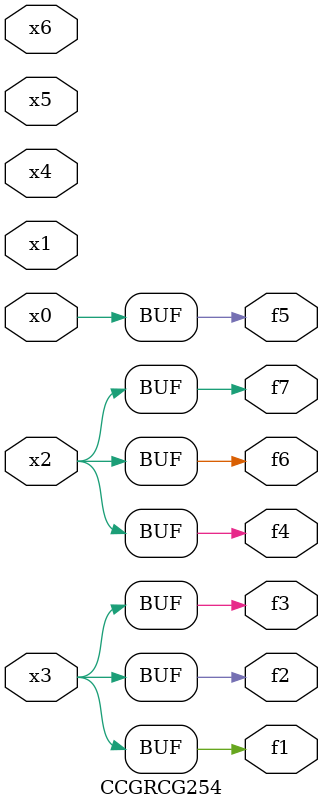
<source format=v>
module CCGRCG254(
	input x0, x1, x2, x3, x4, x5, x6,
	output f1, f2, f3, f4, f5, f6, f7
);
	assign f1 = x3;
	assign f2 = x3;
	assign f3 = x3;
	assign f4 = x2;
	assign f5 = x0;
	assign f6 = x2;
	assign f7 = x2;
endmodule

</source>
